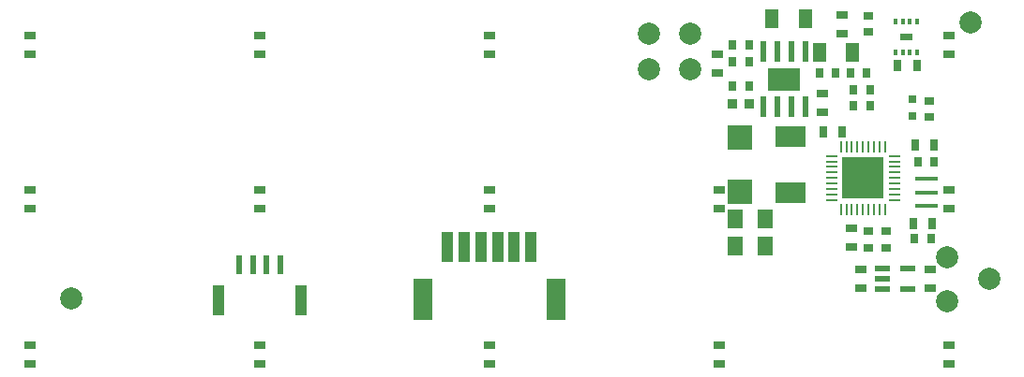
<source format=gtp>
G04*
G04 #@! TF.GenerationSoftware,Altium Limited,Altium Designer,21.4.1 (30)*
G04*
G04 Layer_Color=8421504*
%FSLAX44Y44*%
%MOMM*%
G71*
G04*
G04 #@! TF.SameCoordinates,2D50AE42-1DF2-48DA-B060-BAF50E4618A4*
G04*
G04*
G04 #@! TF.FilePolarity,Positive*
G04*
G01*
G75*
%ADD18C,2.0000*%
%ADD19R,1.0000X2.7000*%
%ADD20R,0.6000X1.7000*%
%ADD21R,1.8000X3.8000*%
%ADD22R,1.0000X2.7000*%
%ADD23R,1.0000X0.8000*%
%ADD24R,0.9000X0.7000*%
%ADD25R,0.8000X1.0000*%
%ADD26R,0.3000X0.5250*%
%ADD27R,1.1500X1.8200*%
%ADD28R,1.3208X0.5588*%
%ADD29R,0.7000X0.9000*%
%ADD30R,1.0800X0.2600*%
%ADD31R,0.2600X1.0800*%
%ADD32R,3.7000X3.7000*%
%ADD33R,2.0000X0.4000*%
%ADD34R,0.8000X0.8000*%
%ADD35R,1.3800X1.8200*%
%ADD36R,2.7940X1.9050*%
%ADD37R,2.3000X2.2000*%
%ADD38R,3.0000X2.1300*%
%ADD39R,0.6000X1.9700*%
%ADD40R,0.8900X0.9300*%
G36*
X849391Y206895D02*
X825421D01*
Y230865D01*
X849391D01*
Y206895D01*
D02*
G37*
G36*
X764921Y306895D02*
Y299895D01*
X753521D01*
Y306895D01*
X764921D01*
D02*
G37*
G36*
X778721D02*
Y299895D01*
X767321D01*
Y306895D01*
X778721D01*
D02*
G37*
G36*
X764921Y316295D02*
Y309295D01*
X753521D01*
Y316295D01*
X764921D01*
D02*
G37*
G36*
X778721D02*
Y309295D01*
X767321D01*
Y316295D01*
X778721D01*
D02*
G37*
G36*
X881871Y342970D02*
X870871D01*
Y349470D01*
X881871D01*
Y342970D01*
D02*
G37*
D18*
X644000Y349000D02*
D03*
X681000Y317000D02*
D03*
X644000D02*
D03*
X913000Y147000D02*
D03*
X681000Y349000D02*
D03*
X951000Y127000D02*
D03*
X913000Y107000D02*
D03*
X122000Y110000D02*
D03*
X934000Y359000D02*
D03*
D19*
X255250Y107941D02*
D03*
X329750D02*
D03*
D20*
X286250Y139941D02*
D03*
X273750D02*
D03*
X298750D02*
D03*
X311250D02*
D03*
D21*
X559691Y109000D02*
D03*
X439691D02*
D03*
D22*
X537191Y156000D02*
D03*
X522191D02*
D03*
X507191D02*
D03*
X492191D02*
D03*
X477191D02*
D03*
X462191D02*
D03*
D23*
X707500Y207617D02*
D03*
Y190618D02*
D03*
X915000Y207617D02*
D03*
Y190618D02*
D03*
X85000Y50617D02*
D03*
Y67618D02*
D03*
X292500Y50617D02*
D03*
Y67618D02*
D03*
X915000Y50617D02*
D03*
Y67618D02*
D03*
X707500Y50617D02*
D03*
Y67618D02*
D03*
X500000Y50617D02*
D03*
Y67618D02*
D03*
X818000Y366500D02*
D03*
Y349500D02*
D03*
X85000Y330617D02*
D03*
Y347617D02*
D03*
X706000Y330500D02*
D03*
Y313500D02*
D03*
X915000Y330617D02*
D03*
Y347617D02*
D03*
X500000Y330617D02*
D03*
Y347617D02*
D03*
X292500Y330617D02*
D03*
Y347617D02*
D03*
X500000Y190618D02*
D03*
Y207617D02*
D03*
X85000Y190618D02*
D03*
Y207617D02*
D03*
X292500Y190618D02*
D03*
Y207617D02*
D03*
X898121Y136095D02*
D03*
Y119095D02*
D03*
X827121Y156095D02*
D03*
Y173095D02*
D03*
X800121Y278095D02*
D03*
Y295095D02*
D03*
X835591Y119095D02*
D03*
Y136095D02*
D03*
D24*
X842000Y170595D02*
D03*
Y155595D02*
D03*
X842000Y365500D02*
D03*
Y350500D02*
D03*
X857920Y155595D02*
D03*
Y170595D02*
D03*
X897121Y273595D02*
D03*
Y288595D02*
D03*
D25*
X885621Y320595D02*
D03*
X868621D02*
D03*
X882621Y177595D02*
D03*
X899621D02*
D03*
X801621Y260595D02*
D03*
X818621D02*
D03*
X884621Y248595D02*
D03*
X901621D02*
D03*
D26*
X886121Y332595D02*
D03*
X879621D02*
D03*
X873121D02*
D03*
X866621D02*
D03*
X886121Y359845D02*
D03*
X866621D02*
D03*
X879621D02*
D03*
X873121D02*
D03*
D27*
X798150Y332000D02*
D03*
X827850D02*
D03*
X784850Y363000D02*
D03*
X755150D02*
D03*
D28*
X854437Y136994D02*
D03*
Y127596D02*
D03*
Y118198D02*
D03*
X877805D02*
D03*
Y136994D02*
D03*
D29*
X898621Y163595D02*
D03*
X883621D02*
D03*
X840621Y313595D02*
D03*
X825621D02*
D03*
X812621D02*
D03*
X797621D02*
D03*
X901621Y233595D02*
D03*
X886621D02*
D03*
X828621Y283595D02*
D03*
X843621D02*
D03*
X843621Y298595D02*
D03*
X828621D02*
D03*
X719621Y324095D02*
D03*
X734621D02*
D03*
X719621Y339095D02*
D03*
X734621D02*
D03*
X734500Y302000D02*
D03*
X719500D02*
D03*
D30*
X865271Y198595D02*
D03*
Y203595D02*
D03*
Y208595D02*
D03*
Y213595D02*
D03*
Y218595D02*
D03*
Y223595D02*
D03*
Y228595D02*
D03*
Y233595D02*
D03*
Y238595D02*
D03*
X808971D02*
D03*
Y233595D02*
D03*
Y228595D02*
D03*
Y223595D02*
D03*
Y218595D02*
D03*
Y213595D02*
D03*
Y208595D02*
D03*
Y203595D02*
D03*
Y198595D02*
D03*
D31*
X852121Y246745D02*
D03*
X847121D02*
D03*
X842121D02*
D03*
X837121D02*
D03*
X832121D02*
D03*
X827121D02*
D03*
X822121D02*
D03*
X817121D02*
D03*
Y190445D02*
D03*
X822121D02*
D03*
X827121D02*
D03*
X832121D02*
D03*
X837121D02*
D03*
X842121D02*
D03*
X847121D02*
D03*
X852121D02*
D03*
X857121Y246745D02*
D03*
Y190445D02*
D03*
D32*
X837121Y218595D02*
D03*
D33*
X894121Y217595D02*
D03*
Y205595D02*
D03*
Y193595D02*
D03*
D34*
X881871Y275095D02*
D03*
Y290095D02*
D03*
D35*
X748811Y156595D02*
D03*
X721431D02*
D03*
X748811Y181595D02*
D03*
X721431D02*
D03*
D36*
X772121Y205195D02*
D03*
Y255995D02*
D03*
D37*
X726121Y206095D02*
D03*
Y255095D02*
D03*
D38*
X766121Y308095D02*
D03*
D39*
X785171Y283345D02*
D03*
X772471D02*
D03*
X759771D02*
D03*
X747071D02*
D03*
Y332845D02*
D03*
X759771D02*
D03*
X772471D02*
D03*
X785171D02*
D03*
D40*
X734700Y286000D02*
D03*
X719300D02*
D03*
M02*

</source>
